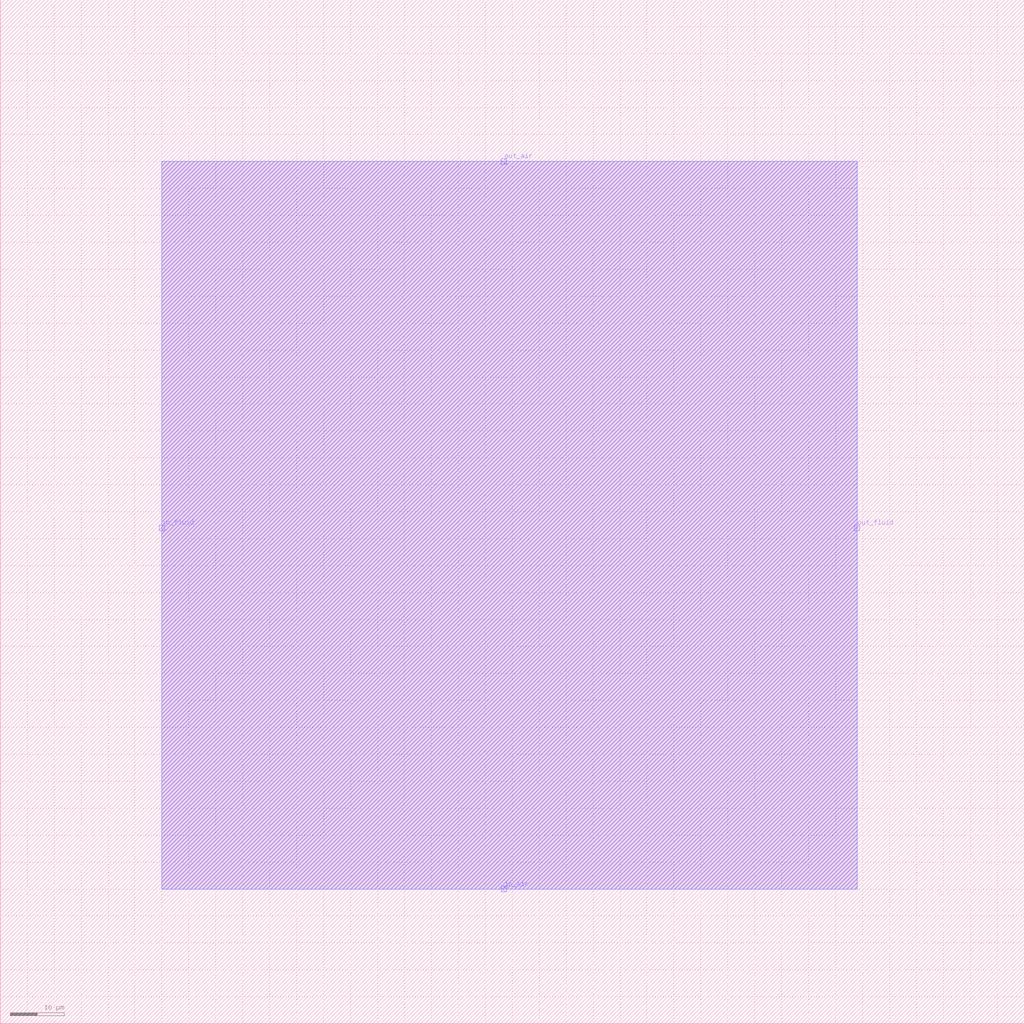
<source format=lef>

MACRO valve_80px_1
  CLASS CORE ;
  ORIGIN  0 0 ;
  FOREIGN valve_80px_1 0 0 ;
  SIZE 190 BY 190 ;
  SYMMETRY X Y ;
  SITE CoreSite ;
  PIN in_fluid
    DIRECTION INPUT ;
    USE SIGNAL ;
    PORT
      LAYER met1 ;
        RECT 29.5 91.5 30.5 92.5 ;
    END
  END in_fluid
  PIN out_fluid
    DIRECTION OUTPUT ;
    USE SIGNAL ;
    PORT
      LAYER met1 ;
        RECT 158.5 91.5 159.5 92.5 ;
    END
  END out_fluid
  PIN in_air
    DIRECTION INPUT ;
    USE SIGNAL ;
    PORT
      LAYER met2 ;
        RECT 93 24.5 94 25.5 ;
    END
  END in_air
  PIN out_air
    DIRECTION OUTPUT ;
    USE SIGNAL ;
    PORT
      LAYER met2 ;
        RECT 93 159.5 94 160.5 ;
    END
  END out_air
  OBS
    LAYER met1 ;
      RECT 30 25 159 160 ;
    LAYER met2 ;
      RECT 30 25 159 160 ;
    LAYER met3 ;
      RECT 30 25 159 160 ;
  END
  PROPERTY CatenaDesignType "deviceLevel" ;
END valve_80px_1

</source>
